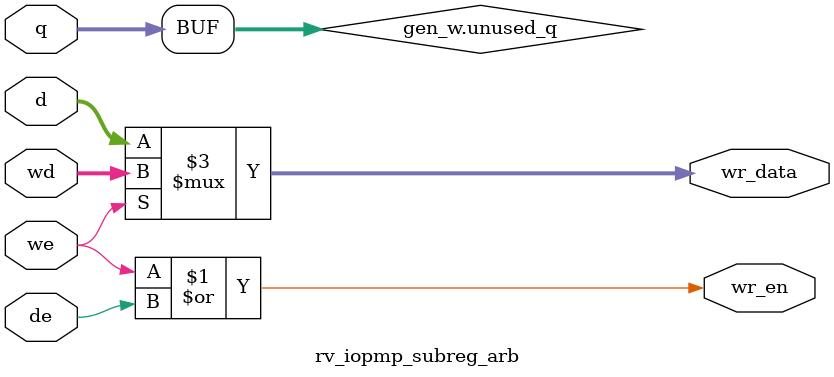
<source format=sv>


module rv_iopmp_subreg_arb #(
  parameter int DW       = 32  ,
  parameter     SWACCESS = "RW"  // {RW, RO, WO, W1C, W1S, W0C, RC}
) (
  // From SW: valid for RW, WO, W1C, W1S, W0C, RC.
  // In case of RC, top connects read pulse to we.
  input          we,
  input [DW-1:0] wd,

  // From HW: valid for HRW, HWO.
  input          de,
  input [DW-1:0] d,

  // From register: actual reg value.
  input [DW-1:0] q,

  // To register: actual write enable and write data.
  output logic          wr_en,
  output logic [DW-1:0] wr_data
);

  if ((SWACCESS == "RW") || (SWACCESS == "WO")) begin : gen_w
    assign wr_en   = we | de;
    assign wr_data = (we == 1'b1) ? wd : d; // SW higher priority
    // Unused q - Prevent lint errors.
    logic [DW-1:0] unused_q;
    assign unused_q = q;
  end else if (SWACCESS == "RO") begin : gen_ro
    assign wr_en   = de;
    assign wr_data = d;
    // Unused we, wd, q - Prevent lint errors.
    logic          unused_we;
    logic [DW-1:0] unused_wd;
    logic [DW-1:0] unused_q;
    assign unused_we = we;
    assign unused_wd = wd;
    assign unused_q  = q;
  end else if (SWACCESS == "W1S") begin : gen_w1s
    // If SWACCESS is W1S, then assume hw tries to clear.
    // So, give a chance HW to clear when SW tries to set.
    // If both try to set/clr at the same bit pos, SW wins.
    assign wr_en   = we | de;
    assign wr_data = (de ? d : q) | (we ? wd : '0);
  end else if (SWACCESS == "W1C") begin : gen_w1c
    // If SWACCESS is W1C, then assume hw tries to set.
    // So, give a chance HW to set when SW tries to clear.
    // If both try to set/clr at the same bit pos, SW wins.
    assign wr_en   = we | de;
    assign wr_data = (de ? d : q) & (we ? ~wd : '1);
  end else if (SWACCESS == "W0C") begin : gen_w0c
    assign wr_en   = we | de;
    assign wr_data = (de ? d : q) & (we ? wd : '1);
  end else if (SWACCESS == "RC") begin : gen_rc
    // This swtype is not recommended but exists for compatibility.
    // WARN: we signal is actually read signal not write enable.
    assign wr_en  = we | de;
    assign wr_data = (de ? d : q) & (we ? '0 : '1);
    // Unused wd - Prevent lint errors.
    logic [DW-1:0] unused_wd;
    assign unused_wd = wd;
  end else if (SWACCESS == "W1SS") begin : gen_w1ss
    // If SWACCESS is W1SS, writing is ilegal if the bit is set
    assign wr_en   = (q == 1)? 0: we | de;
    assign wr_data = (de ? d : q) | (we ? wd : '0);
  end else if (SWACCESS == "W1CS") begin : gen_w1cs
    // If SWACCESS is W1CS, writing is ilegal if the bit is 0
    assign wr_en   = (q == 0)? 0: we | de;
    assign wr_data = (de ? d : q) & (we ? ~wd : '1);
  end else begin : gen_hw
    assign wr_en   = de;
    assign wr_data = d;
    // Unused we, wd, q - Prevent lint errors.
    logic          unused_we;
    logic [DW-1:0] unused_wd;
    logic [DW-1:0] unused_q;
    assign unused_we = we;
    assign unused_wd = wd;
    assign unused_q  = q;
  end

endmodule

</source>
